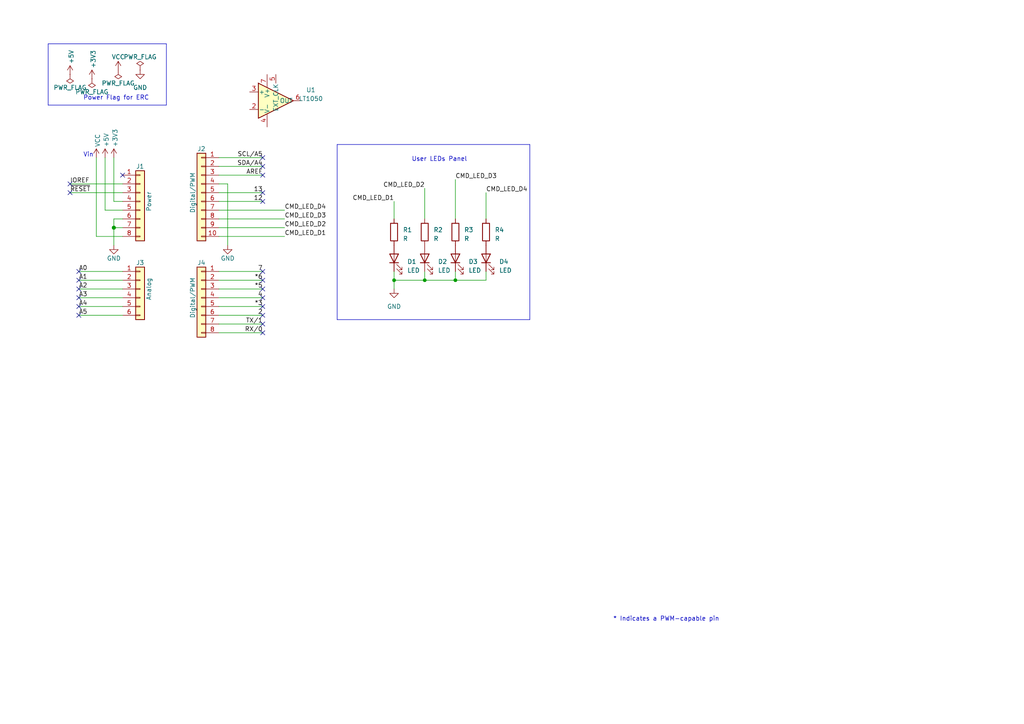
<source format=kicad_sch>
(kicad_sch (version 20230121) (generator eeschema)

  (uuid e63e39d7-6ac0-4ffd-8aa3-1841a4541b55)

  (paper "A4")

  (title_block
    (title "Shield Uno")
    (date "2023-02-10")
    (rev "116")
    (company "INSA")
    (comment 2 "email@email.com")
    (comment 3 "Nom Prénom")
    (comment 4 "Opérateur CAO")
  )

  (lib_symbols
    (symbol "Connector_Generic:Conn_01x06" (pin_names (offset 1.016) hide) (in_bom yes) (on_board yes)
      (property "Reference" "J" (at 0 7.62 0)
        (effects (font (size 1.27 1.27)))
      )
      (property "Value" "Conn_01x06" (at 0 -10.16 0)
        (effects (font (size 1.27 1.27)))
      )
      (property "Footprint" "" (at 0 0 0)
        (effects (font (size 1.27 1.27)) hide)
      )
      (property "Datasheet" "~" (at 0 0 0)
        (effects (font (size 1.27 1.27)) hide)
      )
      (property "ki_keywords" "connector" (at 0 0 0)
        (effects (font (size 1.27 1.27)) hide)
      )
      (property "ki_description" "Generic connector, single row, 01x06, script generated (kicad-library-utils/schlib/autogen/connector/)" (at 0 0 0)
        (effects (font (size 1.27 1.27)) hide)
      )
      (property "ki_fp_filters" "Connector*:*_1x??_*" (at 0 0 0)
        (effects (font (size 1.27 1.27)) hide)
      )
      (symbol "Conn_01x06_1_1"
        (rectangle (start -1.27 -7.493) (end 0 -7.747)
          (stroke (width 0.1524) (type default))
          (fill (type none))
        )
        (rectangle (start -1.27 -4.953) (end 0 -5.207)
          (stroke (width 0.1524) (type default))
          (fill (type none))
        )
        (rectangle (start -1.27 -2.413) (end 0 -2.667)
          (stroke (width 0.1524) (type default))
          (fill (type none))
        )
        (rectangle (start -1.27 0.127) (end 0 -0.127)
          (stroke (width 0.1524) (type default))
          (fill (type none))
        )
        (rectangle (start -1.27 2.667) (end 0 2.413)
          (stroke (width 0.1524) (type default))
          (fill (type none))
        )
        (rectangle (start -1.27 5.207) (end 0 4.953)
          (stroke (width 0.1524) (type default))
          (fill (type none))
        )
        (rectangle (start -1.27 6.35) (end 1.27 -8.89)
          (stroke (width 0.254) (type default))
          (fill (type background))
        )
        (pin passive line (at -5.08 5.08 0) (length 3.81)
          (name "Pin_1" (effects (font (size 1.27 1.27))))
          (number "1" (effects (font (size 1.27 1.27))))
        )
        (pin passive line (at -5.08 2.54 0) (length 3.81)
          (name "Pin_2" (effects (font (size 1.27 1.27))))
          (number "2" (effects (font (size 1.27 1.27))))
        )
        (pin passive line (at -5.08 0 0) (length 3.81)
          (name "Pin_3" (effects (font (size 1.27 1.27))))
          (number "3" (effects (font (size 1.27 1.27))))
        )
        (pin passive line (at -5.08 -2.54 0) (length 3.81)
          (name "Pin_4" (effects (font (size 1.27 1.27))))
          (number "4" (effects (font (size 1.27 1.27))))
        )
        (pin passive line (at -5.08 -5.08 0) (length 3.81)
          (name "Pin_5" (effects (font (size 1.27 1.27))))
          (number "5" (effects (font (size 1.27 1.27))))
        )
        (pin passive line (at -5.08 -7.62 0) (length 3.81)
          (name "Pin_6" (effects (font (size 1.27 1.27))))
          (number "6" (effects (font (size 1.27 1.27))))
        )
      )
    )
    (symbol "Connector_Generic:Conn_01x08" (pin_names (offset 1.016) hide) (in_bom yes) (on_board yes)
      (property "Reference" "J" (at 0 10.16 0)
        (effects (font (size 1.27 1.27)))
      )
      (property "Value" "Conn_01x08" (at 0 -12.7 0)
        (effects (font (size 1.27 1.27)))
      )
      (property "Footprint" "" (at 0 0 0)
        (effects (font (size 1.27 1.27)) hide)
      )
      (property "Datasheet" "~" (at 0 0 0)
        (effects (font (size 1.27 1.27)) hide)
      )
      (property "ki_keywords" "connector" (at 0 0 0)
        (effects (font (size 1.27 1.27)) hide)
      )
      (property "ki_description" "Generic connector, single row, 01x08, script generated (kicad-library-utils/schlib/autogen/connector/)" (at 0 0 0)
        (effects (font (size 1.27 1.27)) hide)
      )
      (property "ki_fp_filters" "Connector*:*_1x??_*" (at 0 0 0)
        (effects (font (size 1.27 1.27)) hide)
      )
      (symbol "Conn_01x08_1_1"
        (rectangle (start -1.27 -10.033) (end 0 -10.287)
          (stroke (width 0.1524) (type default))
          (fill (type none))
        )
        (rectangle (start -1.27 -7.493) (end 0 -7.747)
          (stroke (width 0.1524) (type default))
          (fill (type none))
        )
        (rectangle (start -1.27 -4.953) (end 0 -5.207)
          (stroke (width 0.1524) (type default))
          (fill (type none))
        )
        (rectangle (start -1.27 -2.413) (end 0 -2.667)
          (stroke (width 0.1524) (type default))
          (fill (type none))
        )
        (rectangle (start -1.27 0.127) (end 0 -0.127)
          (stroke (width 0.1524) (type default))
          (fill (type none))
        )
        (rectangle (start -1.27 2.667) (end 0 2.413)
          (stroke (width 0.1524) (type default))
          (fill (type none))
        )
        (rectangle (start -1.27 5.207) (end 0 4.953)
          (stroke (width 0.1524) (type default))
          (fill (type none))
        )
        (rectangle (start -1.27 7.747) (end 0 7.493)
          (stroke (width 0.1524) (type default))
          (fill (type none))
        )
        (rectangle (start -1.27 8.89) (end 1.27 -11.43)
          (stroke (width 0.254) (type default))
          (fill (type background))
        )
        (pin passive line (at -5.08 7.62 0) (length 3.81)
          (name "Pin_1" (effects (font (size 1.27 1.27))))
          (number "1" (effects (font (size 1.27 1.27))))
        )
        (pin passive line (at -5.08 5.08 0) (length 3.81)
          (name "Pin_2" (effects (font (size 1.27 1.27))))
          (number "2" (effects (font (size 1.27 1.27))))
        )
        (pin passive line (at -5.08 2.54 0) (length 3.81)
          (name "Pin_3" (effects (font (size 1.27 1.27))))
          (number "3" (effects (font (size 1.27 1.27))))
        )
        (pin passive line (at -5.08 0 0) (length 3.81)
          (name "Pin_4" (effects (font (size 1.27 1.27))))
          (number "4" (effects (font (size 1.27 1.27))))
        )
        (pin passive line (at -5.08 -2.54 0) (length 3.81)
          (name "Pin_5" (effects (font (size 1.27 1.27))))
          (number "5" (effects (font (size 1.27 1.27))))
        )
        (pin passive line (at -5.08 -5.08 0) (length 3.81)
          (name "Pin_6" (effects (font (size 1.27 1.27))))
          (number "6" (effects (font (size 1.27 1.27))))
        )
        (pin passive line (at -5.08 -7.62 0) (length 3.81)
          (name "Pin_7" (effects (font (size 1.27 1.27))))
          (number "7" (effects (font (size 1.27 1.27))))
        )
        (pin passive line (at -5.08 -10.16 0) (length 3.81)
          (name "Pin_8" (effects (font (size 1.27 1.27))))
          (number "8" (effects (font (size 1.27 1.27))))
        )
      )
    )
    (symbol "Connector_Generic:Conn_01x10" (pin_names (offset 1.016) hide) (in_bom yes) (on_board yes)
      (property "Reference" "J" (at 0 12.7 0)
        (effects (font (size 1.27 1.27)))
      )
      (property "Value" "Conn_01x10" (at 0 -15.24 0)
        (effects (font (size 1.27 1.27)))
      )
      (property "Footprint" "" (at 0 0 0)
        (effects (font (size 1.27 1.27)) hide)
      )
      (property "Datasheet" "~" (at 0 0 0)
        (effects (font (size 1.27 1.27)) hide)
      )
      (property "ki_keywords" "connector" (at 0 0 0)
        (effects (font (size 1.27 1.27)) hide)
      )
      (property "ki_description" "Generic connector, single row, 01x10, script generated (kicad-library-utils/schlib/autogen/connector/)" (at 0 0 0)
        (effects (font (size 1.27 1.27)) hide)
      )
      (property "ki_fp_filters" "Connector*:*_1x??_*" (at 0 0 0)
        (effects (font (size 1.27 1.27)) hide)
      )
      (symbol "Conn_01x10_1_1"
        (rectangle (start -1.27 -12.573) (end 0 -12.827)
          (stroke (width 0.1524) (type default))
          (fill (type none))
        )
        (rectangle (start -1.27 -10.033) (end 0 -10.287)
          (stroke (width 0.1524) (type default))
          (fill (type none))
        )
        (rectangle (start -1.27 -7.493) (end 0 -7.747)
          (stroke (width 0.1524) (type default))
          (fill (type none))
        )
        (rectangle (start -1.27 -4.953) (end 0 -5.207)
          (stroke (width 0.1524) (type default))
          (fill (type none))
        )
        (rectangle (start -1.27 -2.413) (end 0 -2.667)
          (stroke (width 0.1524) (type default))
          (fill (type none))
        )
        (rectangle (start -1.27 0.127) (end 0 -0.127)
          (stroke (width 0.1524) (type default))
          (fill (type none))
        )
        (rectangle (start -1.27 2.667) (end 0 2.413)
          (stroke (width 0.1524) (type default))
          (fill (type none))
        )
        (rectangle (start -1.27 5.207) (end 0 4.953)
          (stroke (width 0.1524) (type default))
          (fill (type none))
        )
        (rectangle (start -1.27 7.747) (end 0 7.493)
          (stroke (width 0.1524) (type default))
          (fill (type none))
        )
        (rectangle (start -1.27 10.287) (end 0 10.033)
          (stroke (width 0.1524) (type default))
          (fill (type none))
        )
        (rectangle (start -1.27 11.43) (end 1.27 -13.97)
          (stroke (width 0.254) (type default))
          (fill (type background))
        )
        (pin passive line (at -5.08 10.16 0) (length 3.81)
          (name "Pin_1" (effects (font (size 1.27 1.27))))
          (number "1" (effects (font (size 1.27 1.27))))
        )
        (pin passive line (at -5.08 -12.7 0) (length 3.81)
          (name "Pin_10" (effects (font (size 1.27 1.27))))
          (number "10" (effects (font (size 1.27 1.27))))
        )
        (pin passive line (at -5.08 7.62 0) (length 3.81)
          (name "Pin_2" (effects (font (size 1.27 1.27))))
          (number "2" (effects (font (size 1.27 1.27))))
        )
        (pin passive line (at -5.08 5.08 0) (length 3.81)
          (name "Pin_3" (effects (font (size 1.27 1.27))))
          (number "3" (effects (font (size 1.27 1.27))))
        )
        (pin passive line (at -5.08 2.54 0) (length 3.81)
          (name "Pin_4" (effects (font (size 1.27 1.27))))
          (number "4" (effects (font (size 1.27 1.27))))
        )
        (pin passive line (at -5.08 0 0) (length 3.81)
          (name "Pin_5" (effects (font (size 1.27 1.27))))
          (number "5" (effects (font (size 1.27 1.27))))
        )
        (pin passive line (at -5.08 -2.54 0) (length 3.81)
          (name "Pin_6" (effects (font (size 1.27 1.27))))
          (number "6" (effects (font (size 1.27 1.27))))
        )
        (pin passive line (at -5.08 -5.08 0) (length 3.81)
          (name "Pin_7" (effects (font (size 1.27 1.27))))
          (number "7" (effects (font (size 1.27 1.27))))
        )
        (pin passive line (at -5.08 -7.62 0) (length 3.81)
          (name "Pin_8" (effects (font (size 1.27 1.27))))
          (number "8" (effects (font (size 1.27 1.27))))
        )
        (pin passive line (at -5.08 -10.16 0) (length 3.81)
          (name "Pin_9" (effects (font (size 1.27 1.27))))
          (number "9" (effects (font (size 1.27 1.27))))
        )
      )
    )
    (symbol "Device:LED" (pin_numbers hide) (pin_names (offset 1.016) hide) (in_bom yes) (on_board yes)
      (property "Reference" "D" (at 0 2.54 0)
        (effects (font (size 1.27 1.27)))
      )
      (property "Value" "LED" (at 0 -2.54 0)
        (effects (font (size 1.27 1.27)))
      )
      (property "Footprint" "" (at 0 0 0)
        (effects (font (size 1.27 1.27)) hide)
      )
      (property "Datasheet" "~" (at 0 0 0)
        (effects (font (size 1.27 1.27)) hide)
      )
      (property "ki_keywords" "LED diode" (at 0 0 0)
        (effects (font (size 1.27 1.27)) hide)
      )
      (property "ki_description" "Light emitting diode" (at 0 0 0)
        (effects (font (size 1.27 1.27)) hide)
      )
      (property "ki_fp_filters" "LED* LED_SMD:* LED_THT:*" (at 0 0 0)
        (effects (font (size 1.27 1.27)) hide)
      )
      (symbol "LED_0_1"
        (polyline
          (pts
            (xy -1.27 -1.27)
            (xy -1.27 1.27)
          )
          (stroke (width 0.254) (type default))
          (fill (type none))
        )
        (polyline
          (pts
            (xy -1.27 0)
            (xy 1.27 0)
          )
          (stroke (width 0) (type default))
          (fill (type none))
        )
        (polyline
          (pts
            (xy 1.27 -1.27)
            (xy 1.27 1.27)
            (xy -1.27 0)
            (xy 1.27 -1.27)
          )
          (stroke (width 0.254) (type default))
          (fill (type none))
        )
        (polyline
          (pts
            (xy -3.048 -0.762)
            (xy -4.572 -2.286)
            (xy -3.81 -2.286)
            (xy -4.572 -2.286)
            (xy -4.572 -1.524)
          )
          (stroke (width 0) (type default))
          (fill (type none))
        )
        (polyline
          (pts
            (xy -1.778 -0.762)
            (xy -3.302 -2.286)
            (xy -2.54 -2.286)
            (xy -3.302 -2.286)
            (xy -3.302 -1.524)
          )
          (stroke (width 0) (type default))
          (fill (type none))
        )
      )
      (symbol "LED_1_1"
        (pin passive line (at -3.81 0 0) (length 2.54)
          (name "K" (effects (font (size 1.27 1.27))))
          (number "1" (effects (font (size 1.27 1.27))))
        )
        (pin passive line (at 3.81 0 180) (length 2.54)
          (name "A" (effects (font (size 1.27 1.27))))
          (number "2" (effects (font (size 1.27 1.27))))
        )
      )
    )
    (symbol "Device:R" (pin_numbers hide) (pin_names (offset 0)) (in_bom yes) (on_board yes)
      (property "Reference" "R" (at 2.032 0 90)
        (effects (font (size 1.27 1.27)))
      )
      (property "Value" "R" (at 0 0 90)
        (effects (font (size 1.27 1.27)))
      )
      (property "Footprint" "" (at -1.778 0 90)
        (effects (font (size 1.27 1.27)) hide)
      )
      (property "Datasheet" "~" (at 0 0 0)
        (effects (font (size 1.27 1.27)) hide)
      )
      (property "ki_keywords" "R res resistor" (at 0 0 0)
        (effects (font (size 1.27 1.27)) hide)
      )
      (property "ki_description" "Resistor" (at 0 0 0)
        (effects (font (size 1.27 1.27)) hide)
      )
      (property "ki_fp_filters" "R_*" (at 0 0 0)
        (effects (font (size 1.27 1.27)) hide)
      )
      (symbol "R_0_1"
        (rectangle (start -1.016 -2.54) (end 1.016 2.54)
          (stroke (width 0.254) (type default))
          (fill (type none))
        )
      )
      (symbol "R_1_1"
        (pin passive line (at 0 3.81 270) (length 1.27)
          (name "~" (effects (font (size 1.27 1.27))))
          (number "1" (effects (font (size 1.27 1.27))))
        )
        (pin passive line (at 0 -3.81 90) (length 1.27)
          (name "~" (effects (font (size 1.27 1.27))))
          (number "2" (effects (font (size 1.27 1.27))))
        )
      )
    )
    (symbol "GND_1" (power) (pin_names (offset 0)) (in_bom yes) (on_board yes)
      (property "Reference" "#PWR" (at 0 -6.35 0)
        (effects (font (size 1.27 1.27)) hide)
      )
      (property "Value" "GND_1" (at 0 -3.81 0)
        (effects (font (size 1.27 1.27)))
      )
      (property "Footprint" "" (at 0 0 0)
        (effects (font (size 1.27 1.27)) hide)
      )
      (property "Datasheet" "" (at 0 0 0)
        (effects (font (size 1.27 1.27)) hide)
      )
      (property "ki_keywords" "global power" (at 0 0 0)
        (effects (font (size 1.27 1.27)) hide)
      )
      (property "ki_description" "Power symbol creates a global label with name \"GND\" , ground" (at 0 0 0)
        (effects (font (size 1.27 1.27)) hide)
      )
      (symbol "GND_1_0_1"
        (polyline
          (pts
            (xy 0 0)
            (xy 0 -1.27)
            (xy 1.27 -1.27)
            (xy 0 -2.54)
            (xy -1.27 -1.27)
            (xy 0 -1.27)
          )
          (stroke (width 0) (type default))
          (fill (type none))
        )
      )
      (symbol "GND_1_1_1"
        (pin power_in line (at 0 0 270) (length 0) hide
          (name "GND" (effects (font (size 1.27 1.27))))
          (number "1" (effects (font (size 1.27 1.27))))
        )
      )
    )
    (symbol "GND_2" (power) (pin_names (offset 0)) (in_bom yes) (on_board yes)
      (property "Reference" "#PWR" (at 0 -6.35 0)
        (effects (font (size 1.27 1.27)) hide)
      )
      (property "Value" "GND_2" (at 0 -3.81 0)
        (effects (font (size 1.27 1.27)))
      )
      (property "Footprint" "" (at 0 0 0)
        (effects (font (size 1.27 1.27)) hide)
      )
      (property "Datasheet" "" (at 0 0 0)
        (effects (font (size 1.27 1.27)) hide)
      )
      (property "ki_keywords" "global power" (at 0 0 0)
        (effects (font (size 1.27 1.27)) hide)
      )
      (property "ki_description" "Power symbol creates a global label with name \"GND\" , ground" (at 0 0 0)
        (effects (font (size 1.27 1.27)) hide)
      )
      (symbol "GND_2_0_1"
        (polyline
          (pts
            (xy 0 0)
            (xy 0 -1.27)
            (xy 1.27 -1.27)
            (xy 0 -2.54)
            (xy -1.27 -1.27)
            (xy 0 -1.27)
          )
          (stroke (width 0) (type default))
          (fill (type none))
        )
      )
      (symbol "GND_2_1_1"
        (pin power_in line (at 0 0 270) (length 0) hide
          (name "GND" (effects (font (size 1.27 1.27))))
          (number "1" (effects (font (size 1.27 1.27))))
        )
      )
    )
    (symbol "VCC_1" (power) (pin_names (offset 0)) (in_bom yes) (on_board yes)
      (property "Reference" "#PWR" (at 0 -3.81 0)
        (effects (font (size 1.27 1.27)) hide)
      )
      (property "Value" "VCC_1" (at 0 3.81 0)
        (effects (font (size 1.27 1.27)))
      )
      (property "Footprint" "" (at 0 0 0)
        (effects (font (size 1.27 1.27)) hide)
      )
      (property "Datasheet" "" (at 0 0 0)
        (effects (font (size 1.27 1.27)) hide)
      )
      (property "ki_keywords" "global power" (at 0 0 0)
        (effects (font (size 1.27 1.27)) hide)
      )
      (property "ki_description" "Power symbol creates a global label with name \"VCC\"" (at 0 0 0)
        (effects (font (size 1.27 1.27)) hide)
      )
      (symbol "VCC_1_0_1"
        (polyline
          (pts
            (xy -0.762 1.27)
            (xy 0 2.54)
          )
          (stroke (width 0) (type default))
          (fill (type none))
        )
        (polyline
          (pts
            (xy 0 0)
            (xy 0 2.54)
          )
          (stroke (width 0) (type default))
          (fill (type none))
        )
        (polyline
          (pts
            (xy 0 2.54)
            (xy 0.762 1.27)
          )
          (stroke (width 0) (type default))
          (fill (type none))
        )
      )
      (symbol "VCC_1_1_1"
        (pin power_in line (at 0 0 90) (length 0) hide
          (name "VCC" (effects (font (size 1.27 1.27))))
          (number "1" (effects (font (size 1.27 1.27))))
        )
      )
    )
    (symbol "lt1050:LT1050" (pin_names (offset 0.127)) (in_bom yes) (on_board yes)
      (property "Reference" "U" (at 1.27 5.08 0)
        (effects (font (size 1.27 1.27)))
      )
      (property "Value" "LT1050" (at 0 -5.08 0)
        (effects (font (size 1.27 1.27)) (justify left))
      )
      (property "Footprint" "Package_DIP:DIP-8_W7.62mm_LongPads" (at 0 0 0)
        (effects (font (size 1.27 1.27)) hide)
      )
      (property "Datasheet" "" (at 1.27 5.08 0)
        (effects (font (size 1.27 1.27)) hide)
      )
      (property "ki_keywords" "current sense" (at 0 0 0)
        (effects (font (size 1.27 1.27)) hide)
      )
      (property "ki_description" "36V Low Cost, High Side Current Sense, SOT-23-5" (at 0 0 0)
        (effects (font (size 1.27 1.27)) hide)
      )
      (property "ki_fp_filters" "SOT?23*" (at 0 0 0)
        (effects (font (size 1.27 1.27)) hide)
      )
      (symbol "LT1050_0_1"
        (polyline
          (pts
            (xy -5.08 5.08)
            (xy 5.08 0)
            (xy -5.08 -5.08)
            (xy -5.08 5.08)
          )
          (stroke (width 0.254) (type default))
          (fill (type background))
        )
      )
      (symbol "LT1050_1_0"
        (pin no_connect line (at 2.54 7.62 270) (length 2.54) hide
          (name "NC" (effects (font (size 1.27 1.27))))
          (number "1" (effects (font (size 1.27 1.27))))
        )
        (pin input line (at 0 7.62 270) (length 2.54)
          (name "EXT_CLK" (effects (font (size 1.27 1.27))))
          (number "5" (effects (font (size 1.27 1.27))))
        )
        (pin no_connect line (at 0 7.62 270) (length 2.54) hide
          (name "NC" (effects (font (size 1.27 1.27))))
          (number "8" (effects (font (size 1.27 1.27))))
        )
      )
      (symbol "LT1050_1_1"
        (pin input line (at -7.62 -2.54 0) (length 2.54)
          (name "-" (effects (font (size 1.27 1.27))))
          (number "2" (effects (font (size 1.27 1.27))))
        )
        (pin input line (at -7.62 2.54 0) (length 2.54)
          (name "+" (effects (font (size 1.27 1.27))))
          (number "3" (effects (font (size 1.27 1.27))))
        )
        (pin power_in line (at -2.54 -7.62 90) (length 3.81)
          (name "V-" (effects (font (size 1.27 1.27))))
          (number "4" (effects (font (size 1.27 1.27))))
        )
        (pin output line (at 7.62 0 180) (length 2.54)
          (name "OUT" (effects (font (size 1.27 1.27))))
          (number "6" (effects (font (size 1.27 1.27))))
        )
        (pin power_in line (at -2.54 7.62 270) (length 3.81)
          (name "V+" (effects (font (size 1.27 1.27))))
          (number "7" (effects (font (size 1.27 1.27))))
        )
      )
    )
    (symbol "power:+3V3" (power) (pin_names (offset 0)) (in_bom yes) (on_board yes)
      (property "Reference" "#PWR" (at 0 -3.81 0)
        (effects (font (size 1.27 1.27)) hide)
      )
      (property "Value" "+3V3" (at 0 3.556 0)
        (effects (font (size 1.27 1.27)))
      )
      (property "Footprint" "" (at 0 0 0)
        (effects (font (size 1.27 1.27)) hide)
      )
      (property "Datasheet" "" (at 0 0 0)
        (effects (font (size 1.27 1.27)) hide)
      )
      (property "ki_keywords" "power-flag" (at 0 0 0)
        (effects (font (size 1.27 1.27)) hide)
      )
      (property "ki_description" "Power symbol creates a global label with name \"+3V3\"" (at 0 0 0)
        (effects (font (size 1.27 1.27)) hide)
      )
      (symbol "+3V3_0_1"
        (polyline
          (pts
            (xy -0.762 1.27)
            (xy 0 2.54)
          )
          (stroke (width 0) (type default))
          (fill (type none))
        )
        (polyline
          (pts
            (xy 0 0)
            (xy 0 2.54)
          )
          (stroke (width 0) (type default))
          (fill (type none))
        )
        (polyline
          (pts
            (xy 0 2.54)
            (xy 0.762 1.27)
          )
          (stroke (width 0) (type default))
          (fill (type none))
        )
      )
      (symbol "+3V3_1_1"
        (pin power_in line (at 0 0 90) (length 0) hide
          (name "+3V3" (effects (font (size 1.27 1.27))))
          (number "1" (effects (font (size 1.27 1.27))))
        )
      )
    )
    (symbol "power:+5V" (power) (pin_names (offset 0)) (in_bom yes) (on_board yes)
      (property "Reference" "#PWR" (at 0 -3.81 0)
        (effects (font (size 1.27 1.27)) hide)
      )
      (property "Value" "+5V" (at 0 3.556 0)
        (effects (font (size 1.27 1.27)))
      )
      (property "Footprint" "" (at 0 0 0)
        (effects (font (size 1.27 1.27)) hide)
      )
      (property "Datasheet" "" (at 0 0 0)
        (effects (font (size 1.27 1.27)) hide)
      )
      (property "ki_keywords" "power-flag" (at 0 0 0)
        (effects (font (size 1.27 1.27)) hide)
      )
      (property "ki_description" "Power symbol creates a global label with name \"+5V\"" (at 0 0 0)
        (effects (font (size 1.27 1.27)) hide)
      )
      (symbol "+5V_0_1"
        (polyline
          (pts
            (xy -0.762 1.27)
            (xy 0 2.54)
          )
          (stroke (width 0) (type default))
          (fill (type none))
        )
        (polyline
          (pts
            (xy 0 0)
            (xy 0 2.54)
          )
          (stroke (width 0) (type default))
          (fill (type none))
        )
        (polyline
          (pts
            (xy 0 2.54)
            (xy 0.762 1.27)
          )
          (stroke (width 0) (type default))
          (fill (type none))
        )
      )
      (symbol "+5V_1_1"
        (pin power_in line (at 0 0 90) (length 0) hide
          (name "+5V" (effects (font (size 1.27 1.27))))
          (number "1" (effects (font (size 1.27 1.27))))
        )
      )
    )
    (symbol "power:GND" (power) (pin_names (offset 0)) (in_bom yes) (on_board yes)
      (property "Reference" "#PWR" (at 0 -6.35 0)
        (effects (font (size 1.27 1.27)) hide)
      )
      (property "Value" "GND" (at 0 -3.81 0)
        (effects (font (size 1.27 1.27)))
      )
      (property "Footprint" "" (at 0 0 0)
        (effects (font (size 1.27 1.27)) hide)
      )
      (property "Datasheet" "" (at 0 0 0)
        (effects (font (size 1.27 1.27)) hide)
      )
      (property "ki_keywords" "power-flag" (at 0 0 0)
        (effects (font (size 1.27 1.27)) hide)
      )
      (property "ki_description" "Power symbol creates a global label with name \"GND\" , ground" (at 0 0 0)
        (effects (font (size 1.27 1.27)) hide)
      )
      (symbol "GND_0_1"
        (polyline
          (pts
            (xy 0 0)
            (xy 0 -1.27)
            (xy 1.27 -1.27)
            (xy 0 -2.54)
            (xy -1.27 -1.27)
            (xy 0 -1.27)
          )
          (stroke (width 0) (type default))
          (fill (type none))
        )
      )
      (symbol "GND_1_1"
        (pin power_in line (at 0 0 270) (length 0) hide
          (name "GND" (effects (font (size 1.27 1.27))))
          (number "1" (effects (font (size 1.27 1.27))))
        )
      )
    )
    (symbol "power:PWR_FLAG" (power) (pin_numbers hide) (pin_names (offset 0) hide) (in_bom yes) (on_board yes)
      (property "Reference" "#FLG" (at 0 1.905 0)
        (effects (font (size 1.27 1.27)) hide)
      )
      (property "Value" "PWR_FLAG" (at 0 3.81 0)
        (effects (font (size 1.27 1.27)))
      )
      (property "Footprint" "" (at 0 0 0)
        (effects (font (size 1.27 1.27)) hide)
      )
      (property "Datasheet" "~" (at 0 0 0)
        (effects (font (size 1.27 1.27)) hide)
      )
      (property "ki_keywords" "flag power" (at 0 0 0)
        (effects (font (size 1.27 1.27)) hide)
      )
      (property "ki_description" "Special symbol for telling ERC where power comes from" (at 0 0 0)
        (effects (font (size 1.27 1.27)) hide)
      )
      (symbol "PWR_FLAG_0_0"
        (pin power_out line (at 0 0 90) (length 0)
          (name "pwr" (effects (font (size 1.27 1.27))))
          (number "1" (effects (font (size 1.27 1.27))))
        )
      )
      (symbol "PWR_FLAG_0_1"
        (polyline
          (pts
            (xy 0 0)
            (xy 0 1.27)
            (xy -1.016 1.905)
            (xy 0 2.54)
            (xy 1.016 1.905)
            (xy 0 1.27)
          )
          (stroke (width 0) (type default))
          (fill (type none))
        )
      )
    )
    (symbol "power:VCC" (power) (pin_names (offset 0)) (in_bom yes) (on_board yes)
      (property "Reference" "#PWR" (at 0 -3.81 0)
        (effects (font (size 1.27 1.27)) hide)
      )
      (property "Value" "VCC" (at 0 3.81 0)
        (effects (font (size 1.27 1.27)))
      )
      (property "Footprint" "" (at 0 0 0)
        (effects (font (size 1.27 1.27)) hide)
      )
      (property "Datasheet" "" (at 0 0 0)
        (effects (font (size 1.27 1.27)) hide)
      )
      (property "ki_keywords" "power-flag" (at 0 0 0)
        (effects (font (size 1.27 1.27)) hide)
      )
      (property "ki_description" "Power symbol creates a global label with name \"VCC\"" (at 0 0 0)
        (effects (font (size 1.27 1.27)) hide)
      )
      (symbol "VCC_0_1"
        (polyline
          (pts
            (xy -0.762 1.27)
            (xy 0 2.54)
          )
          (stroke (width 0) (type default))
          (fill (type none))
        )
        (polyline
          (pts
            (xy 0 0)
            (xy 0 2.54)
          )
          (stroke (width 0) (type default))
          (fill (type none))
        )
        (polyline
          (pts
            (xy 0 2.54)
            (xy 0.762 1.27)
          )
          (stroke (width 0) (type default))
          (fill (type none))
        )
      )
      (symbol "VCC_1_1"
        (pin power_in line (at 0 0 90) (length 0) hide
          (name "VCC" (effects (font (size 1.27 1.27))))
          (number "1" (effects (font (size 1.27 1.27))))
        )
      )
    )
  )

  (junction (at 132.08 81.28) (diameter 0) (color 0 0 0 0)
    (uuid 2b940904-0c8f-478d-b6ce-aee66b48ca32)
  )
  (junction (at 33.02 66.04) (diameter 1.016) (color 0 0 0 0)
    (uuid 3dcc657b-55a1-48e0-9667-e01e7b6b08b5)
  )
  (junction (at 114.3 81.28) (diameter 0) (color 0 0 0 0)
    (uuid 4af4039b-cee0-4cb3-9627-d3e5611229f9)
  )
  (junction (at 123.19 81.28) (diameter 0) (color 0 0 0 0)
    (uuid f828d2b9-91c6-477b-8f65-2e8893d63b7b)
  )

  (no_connect (at 76.2 88.9) (uuid 0798943e-9b12-404b-a5cf-8136201ea936))
  (no_connect (at 76.2 83.82) (uuid 0958922f-787a-4201-b77e-3a63ed43bb2a))
  (no_connect (at 76.2 55.88) (uuid 1610285b-1f04-48b9-9904-eb23122ce62c))
  (no_connect (at 76.2 86.36) (uuid 235f86e8-a4a6-4917-9307-b467f4b5fe3a))
  (no_connect (at 76.2 45.72) (uuid 25d5b549-b4d9-41f8-bd58-70a6aa3bfb51))
  (no_connect (at 20.32 55.88) (uuid 399c65c9-c3a1-4ceb-a5db-fcde78d4c514))
  (no_connect (at 22.86 78.74) (uuid 49b6bbeb-3980-4276-a29e-c574b0646360))
  (no_connect (at 76.2 91.44) (uuid 4b5083f9-d755-440b-bb00-affd54e715b4))
  (no_connect (at 22.86 81.28) (uuid 52bac179-4604-4f13-9445-f2fe260d1839))
  (no_connect (at 22.86 83.82) (uuid 90267b25-1bf4-4ef8-8002-f4676cf98af6))
  (no_connect (at 76.2 93.98) (uuid 923a287e-ad2c-4f53-a079-4a2766164a41))
  (no_connect (at 76.2 58.42) (uuid 94596286-e0a3-416d-a6fe-c6781e253a34))
  (no_connect (at 22.86 88.9) (uuid 95e8139f-8d7b-4069-bba5-eb4c16dc27eb))
  (no_connect (at 76.2 81.28) (uuid 9999876a-c3e8-41b7-9a6c-f4a744e5e7d4))
  (no_connect (at 76.2 50.8) (uuid a9f3867c-1b1e-4139-803c-1e584e0d0404))
  (no_connect (at 76.2 78.74) (uuid aa308c7a-243e-4ead-b26c-d7ba26be5051))
  (no_connect (at 76.2 48.26) (uuid b5e718b3-a9ea-47b0-b63d-0f9ad50c4134))
  (no_connect (at 76.2 96.52) (uuid c84d00d8-43ec-47a2-9d6c-3efb3361329e))
  (no_connect (at 35.56 50.8) (uuid d181157c-7812-47e5-a0cf-9580c905fc86))
  (no_connect (at 22.86 86.36) (uuid e8a3ba96-6e60-41e4-8bd0-ca913628ef11))
  (no_connect (at 20.32 53.34) (uuid f280df7b-f814-4849-88f5-e3927e860296))
  (no_connect (at 22.86 91.44) (uuid f7b4f9c1-f681-4ebb-ba04-9972440ce389))

  (wire (pts (xy 63.5 96.52) (xy 76.2 96.52))
    (stroke (width 0) (type solid))
    (uuid 010ba307-2067-49d3-b0fa-6414143f3fc2)
  )
  (polyline (pts (xy 97.79 41.91) (xy 153.67 41.91))
    (stroke (width 0) (type default))
    (uuid 0593d259-f7ff-41cd-8503-60fb92a56249)
  )

  (wire (pts (xy 63.5 45.72) (xy 76.2 45.72))
    (stroke (width 0) (type solid))
    (uuid 0f5d2189-4ead-42fa-8f7a-cfa3af4de132)
  )
  (wire (pts (xy 132.08 52.07) (xy 132.08 63.5))
    (stroke (width 0) (type default))
    (uuid 105ca59a-3156-47fc-bf72-6014bfdebd6c)
  )
  (polyline (pts (xy 153.67 92.71) (xy 153.67 41.91))
    (stroke (width 0) (type default))
    (uuid 1b63724a-58de-40c1-a788-9b16ea8d85b2)
  )

  (wire (pts (xy 33.02 63.5) (xy 33.02 66.04))
    (stroke (width 0) (type solid))
    (uuid 1c31b835-925f-4a5c-92df-8f2558bb711b)
  )
  (wire (pts (xy 63.5 63.5) (xy 82.55 63.5))
    (stroke (width 0) (type default))
    (uuid 1cab49df-daeb-4361-ad3a-c6f00f3d70a8)
  )
  (wire (pts (xy 22.86 91.44) (xy 35.56 91.44))
    (stroke (width 0) (type solid))
    (uuid 20854542-d0b0-4be7-af02-0e5fceb34e01)
  )
  (wire (pts (xy 114.3 58.42) (xy 114.3 63.5))
    (stroke (width 0) (type default))
    (uuid 28a15976-fe50-4ab9-8c1f-15701276fa66)
  )
  (wire (pts (xy 114.3 81.28) (xy 114.3 78.74))
    (stroke (width 0) (type default))
    (uuid 2b3a28b7-b677-4f7f-88fd-e5b536ff3d91)
  )
  (wire (pts (xy 33.02 66.04) (xy 33.02 71.12))
    (stroke (width 0) (type solid))
    (uuid 2df788b2-ce68-49bc-a497-4b6570a17f30)
  )
  (wire (pts (xy 33.02 58.42) (xy 35.56 58.42))
    (stroke (width 0) (type solid))
    (uuid 3334b11d-5a13-40b4-a117-d693c543e4ab)
  )
  (wire (pts (xy 30.48 60.96) (xy 35.56 60.96))
    (stroke (width 0) (type solid))
    (uuid 3661f80c-fef8-4441-83be-df8930b3b45e)
  )
  (wire (pts (xy 30.48 45.72) (xy 30.48 60.96))
    (stroke (width 0) (type solid))
    (uuid 392bf1f6-bf67-427d-8d4c-0a87cb757556)
  )
  (polyline (pts (xy 13.97 12.7) (xy 48.26 12.7))
    (stroke (width 0) (type default))
    (uuid 3d1bfb4e-c833-46a8-b7b1-e6f14fa3ca79)
  )

  (wire (pts (xy 33.02 45.72) (xy 33.02 58.42))
    (stroke (width 0) (type solid))
    (uuid 442fb4de-4d55-45de-bc27-3e6222ceb890)
  )
  (wire (pts (xy 63.5 78.74) (xy 76.2 78.74))
    (stroke (width 0) (type solid))
    (uuid 4455ee2e-5642-42c1-a83b-f7e65fa0c2f1)
  )
  (wire (pts (xy 35.56 78.74) (xy 22.86 78.74))
    (stroke (width 0) (type solid))
    (uuid 486ca832-85f4-4989-b0f4-569faf9be534)
  )
  (wire (pts (xy 63.5 58.42) (xy 76.2 58.42))
    (stroke (width 0) (type solid))
    (uuid 4a910b57-a5cd-4105-ab4f-bde2a80d4f00)
  )
  (polyline (pts (xy 48.26 30.48) (xy 13.97 30.48))
    (stroke (width 0) (type default))
    (uuid 4aceddec-5424-4d03-8230-6403a049f903)
  )

  (wire (pts (xy 63.5 81.28) (xy 76.2 81.28))
    (stroke (width 0) (type solid))
    (uuid 4e60e1af-19bd-45a0-b418-b7030b594dde)
  )
  (wire (pts (xy 63.5 55.88) (xy 76.2 55.88))
    (stroke (width 0) (type solid))
    (uuid 548b6bac-f819-4ff3-90a4-73aafeb254bc)
  )
  (polyline (pts (xy 13.97 30.48) (xy 13.97 12.7))
    (stroke (width 0) (type default))
    (uuid 599b923f-f901-4473-8bb2-d0077011e1ea)
  )

  (wire (pts (xy 123.19 54.61) (xy 123.19 63.5))
    (stroke (width 0) (type default))
    (uuid 63948bb8-b214-452e-ac7a-3261ef7d43a8)
  )
  (wire (pts (xy 114.3 83.82) (xy 114.3 81.28))
    (stroke (width 0) (type default))
    (uuid 64863d0f-b8ae-4e19-b066-f340e4505175)
  )
  (wire (pts (xy 63.5 86.36) (xy 76.2 86.36))
    (stroke (width 0) (type solid))
    (uuid 6bb3ea5f-9e60-4add-9d97-244be2cf61d2)
  )
  (wire (pts (xy 20.32 53.34) (xy 35.56 53.34))
    (stroke (width 0) (type solid))
    (uuid 73d4774c-1387-4550-b580-a1cc0ac89b89)
  )
  (polyline (pts (xy 97.79 92.71) (xy 153.67 92.71))
    (stroke (width 0) (type default))
    (uuid 765f98a7-27fe-482d-899f-09784ff96d25)
  )

  (wire (pts (xy 140.97 81.28) (xy 132.08 81.28))
    (stroke (width 0) (type default))
    (uuid 7cd9d124-40ae-456b-b020-9dcc37980a06)
  )
  (wire (pts (xy 63.5 68.58) (xy 82.55 68.58))
    (stroke (width 0) (type default))
    (uuid 8238e720-8817-4d86-aa2b-bd97077a4de0)
  )
  (wire (pts (xy 66.04 53.34) (xy 66.04 71.12))
    (stroke (width 0) (type solid))
    (uuid 84ce350c-b0c1-4e69-9ab2-f7ec7b8bb312)
  )
  (wire (pts (xy 63.5 50.8) (xy 76.2 50.8))
    (stroke (width 0) (type solid))
    (uuid 8a3d35a2-f0f6-4dec-a606-7c8e288ca828)
  )
  (wire (pts (xy 35.56 83.82) (xy 22.86 83.82))
    (stroke (width 0) (type solid))
    (uuid 9377eb1a-3b12-438c-8ebd-f86ace1e8d25)
  )
  (wire (pts (xy 20.32 55.88) (xy 35.56 55.88))
    (stroke (width 0) (type solid))
    (uuid 93e52853-9d1e-4afe-aee8-b825ab9f5d09)
  )
  (wire (pts (xy 35.56 66.04) (xy 33.02 66.04))
    (stroke (width 0) (type solid))
    (uuid 97df9ac9-dbb8-472e-b84f-3684d0eb5efc)
  )
  (wire (pts (xy 35.56 68.58) (xy 27.94 68.58))
    (stroke (width 0) (type solid))
    (uuid a7518f9d-05df-4211-ba17-5d615f04ec46)
  )
  (wire (pts (xy 140.97 55.88) (xy 140.97 63.5))
    (stroke (width 0) (type default))
    (uuid a796d75c-5b11-4d3e-b37e-9b8be2ddd4fe)
  )
  (wire (pts (xy 22.86 81.28) (xy 35.56 81.28))
    (stroke (width 0) (type solid))
    (uuid aab97e46-23d6-4cbf-8684-537b94306d68)
  )
  (wire (pts (xy 63.5 53.34) (xy 66.04 53.34))
    (stroke (width 0) (type solid))
    (uuid bcbc7302-8a54-4b9b-98b9-f277f1b20941)
  )
  (polyline (pts (xy 97.79 41.91) (xy 97.79 92.71))
    (stroke (width 0) (type default))
    (uuid bd6ac4da-9c62-462a-b004-fbb9714acbed)
  )

  (wire (pts (xy 132.08 81.28) (xy 123.19 81.28))
    (stroke (width 0) (type default))
    (uuid c10ebe36-7846-4213-a0e9-815a537fc02b)
  )
  (wire (pts (xy 35.56 63.5) (xy 33.02 63.5))
    (stroke (width 0) (type solid))
    (uuid c12796ad-cf20-466f-9ab3-9cf441392c32)
  )
  (wire (pts (xy 123.19 81.28) (xy 114.3 81.28))
    (stroke (width 0) (type default))
    (uuid c4889d9b-e424-4735-a33c-27a0291ec8b6)
  )
  (wire (pts (xy 140.97 78.74) (xy 140.97 81.28))
    (stroke (width 0) (type default))
    (uuid c7363a47-026f-4a00-b241-8c26c4dec28c)
  )
  (wire (pts (xy 123.19 78.74) (xy 123.19 81.28))
    (stroke (width 0) (type default))
    (uuid c9973753-cca5-4f26-a750-5898e9965243)
  )
  (wire (pts (xy 63.5 83.82) (xy 76.2 83.82))
    (stroke (width 0) (type solid))
    (uuid cfe99980-2d98-4372-b495-04c53027340b)
  )
  (wire (pts (xy 22.86 86.36) (xy 35.56 86.36))
    (stroke (width 0) (type solid))
    (uuid d3042136-2605-44b2-aebb-5484a9c90933)
  )
  (polyline (pts (xy 48.26 12.7) (xy 48.26 30.48))
    (stroke (width 0) (type default))
    (uuid d4fdcc5e-a9fa-45cd-94fb-5f532409bd10)
  )

  (wire (pts (xy 132.08 78.74) (xy 132.08 81.28))
    (stroke (width 0) (type default))
    (uuid e07d36f5-dc94-4d5e-84f6-0a1d91a97d2c)
  )
  (wire (pts (xy 63.5 48.26) (xy 76.2 48.26))
    (stroke (width 0) (type solid))
    (uuid e7278977-132b-4777-9eb4-7d93363a4379)
  )
  (wire (pts (xy 63.5 91.44) (xy 76.2 91.44))
    (stroke (width 0) (type solid))
    (uuid e9bdd59b-3252-4c44-a357-6fa1af0c210c)
  )
  (wire (pts (xy 63.5 88.9) (xy 76.2 88.9))
    (stroke (width 0) (type solid))
    (uuid ec76dcc9-9949-4dda-bd76-046204829cb4)
  )
  (wire (pts (xy 63.5 66.04) (xy 82.55 66.04))
    (stroke (width 0) (type default))
    (uuid ee664870-a219-450c-b008-bb243fef6c39)
  )
  (wire (pts (xy 63.5 60.96) (xy 82.55 60.96))
    (stroke (width 0) (type default))
    (uuid f7892a55-6e3c-4cce-9dd4-49524dd48958)
  )
  (wire (pts (xy 63.5 93.98) (xy 76.2 93.98))
    (stroke (width 0) (type solid))
    (uuid f853d1d4-c722-44df-98bf-4a6114204628)
  )
  (wire (pts (xy 27.94 68.58) (xy 27.94 45.72))
    (stroke (width 0) (type solid))
    (uuid f8de70cd-e47d-4e80-8f3a-077e9df93aa8)
  )
  (wire (pts (xy 35.56 88.9) (xy 22.86 88.9))
    (stroke (width 0) (type solid))
    (uuid fc39c32d-65b8-4d16-9db5-de89c54a1206)
  )

  (text "User LEDs Panel\n" (at 119.38 46.99 0)
    (effects (font (size 1.27 1.27)) (justify left bottom))
    (uuid 3f47fc38-e09f-44f7-b1c2-de52fdcd33da)
  )
  (text "Power Flag for ERC\n" (at 24.13 29.21 0)
    (effects (font (size 1.27 1.27)) (justify left bottom))
    (uuid 96f3214c-8060-46a7-8141-bd2a217b65eb)
  )
  (text "Vin\n" (at 24.13 45.72 0)
    (effects (font (size 1.27 1.27)) (justify left bottom))
    (uuid c010d8a9-05b4-40a6-862a-6b475ee1cc2b)
  )
  (text "* Indicates a PWM-capable pin" (at 177.8 180.34 0)
    (effects (font (size 1.27 1.27)) (justify left bottom))
    (uuid c364973a-9a67-4667-8185-a3a5c6c6cbdf)
  )

  (label "RX{slash}0" (at 76.2 96.52 180) (fields_autoplaced)
    (effects (font (size 1.27 1.27)) (justify right bottom))
    (uuid 01ea9310-cf66-436b-9b89-1a2f4237b59e)
  )
  (label "A2" (at 22.86 83.82 0) (fields_autoplaced)
    (effects (font (size 1.27 1.27)) (justify left bottom))
    (uuid 09251fd4-af37-4d86-8951-1faaac710ffa)
  )
  (label "CMD_LED_D4" (at 140.97 55.88 0) (fields_autoplaced)
    (effects (font (size 1.27 1.27)) (justify left bottom))
    (uuid 0c830513-73ed-4b8c-bc9d-cada0b9db81c)
  )
  (label "4" (at 76.2 86.36 180) (fields_autoplaced)
    (effects (font (size 1.27 1.27)) (justify right bottom))
    (uuid 0d8cfe6d-11bf-42b9-9752-f9a5a76bce7e)
  )
  (label "CMD_LED_D3" (at 82.55 63.5 0) (fields_autoplaced)
    (effects (font (size 1.27 1.27)) (justify left bottom))
    (uuid 12a3bb0e-ecfd-4fe3-b8da-3b3af4f48fa6)
  )
  (label "CMD_LED_D3" (at 132.08 52.07 0) (fields_autoplaced)
    (effects (font (size 1.27 1.27)) (justify left bottom))
    (uuid 1db80e89-e0bb-4d24-b713-e721f137924d)
  )
  (label "2" (at 76.2 91.44 180) (fields_autoplaced)
    (effects (font (size 1.27 1.27)) (justify right bottom))
    (uuid 23f0c933-49f0-4410-a8db-8b017f48dadc)
  )
  (label "A3" (at 22.86 86.36 0) (fields_autoplaced)
    (effects (font (size 1.27 1.27)) (justify left bottom))
    (uuid 2c60ab74-0590-423b-8921-6f3212a358d2)
  )
  (label "13" (at 76.2 55.88 180) (fields_autoplaced)
    (effects (font (size 1.27 1.27)) (justify right bottom))
    (uuid 35bc5b35-b7b2-44d5-bbed-557f428649b2)
  )
  (label "12" (at 76.2 58.42 180) (fields_autoplaced)
    (effects (font (size 1.27 1.27)) (justify right bottom))
    (uuid 3ffaa3b1-1d78-4c7b-bdf9-f1a8019c92fd)
  )
  (label "~{RESET}" (at 20.32 55.88 0) (fields_autoplaced)
    (effects (font (size 1.27 1.27)) (justify left bottom))
    (uuid 49585dba-cfa7-4813-841e-9d900d43ecf4)
  )
  (label "7" (at 76.2 78.74 180) (fields_autoplaced)
    (effects (font (size 1.27 1.27)) (justify right bottom))
    (uuid 873d2c88-519e-482f-a3ed-2484e5f9417e)
  )
  (label "SDA{slash}A4" (at 76.2 48.26 180) (fields_autoplaced)
    (effects (font (size 1.27 1.27)) (justify right bottom))
    (uuid 8885a9dc-224d-44c5-8601-05c1d9983e09)
  )
  (label "*3" (at 76.2 88.9 180) (fields_autoplaced)
    (effects (font (size 1.27 1.27)) (justify right bottom))
    (uuid 9cccf5f9-68a4-4e61-b418-6185dd6a5f9a)
  )
  (label "CMD_LED_D1" (at 82.55 68.58 0) (fields_autoplaced)
    (effects (font (size 1.27 1.27)) (justify left bottom))
    (uuid acc3dc9a-91da-4595-944b-5b0d69df7fed)
  )
  (label "A1" (at 22.86 81.28 0) (fields_autoplaced)
    (effects (font (size 1.27 1.27)) (justify left bottom))
    (uuid acc9991b-1bdd-4544-9a08-4037937485cb)
  )
  (label "TX{slash}1" (at 76.2 93.98 180) (fields_autoplaced)
    (effects (font (size 1.27 1.27)) (justify right bottom))
    (uuid ae2c9582-b445-44bd-b371-7fc74f6cf852)
  )
  (label "CMD_LED_D4" (at 82.55 60.96 0) (fields_autoplaced)
    (effects (font (size 1.27 1.27)) (justify left bottom))
    (uuid b3655527-2481-4f41-8a42-a0f0a12f85ed)
  )
  (label "A0" (at 22.86 78.74 0) (fields_autoplaced)
    (effects (font (size 1.27 1.27)) (justify left bottom))
    (uuid ba02dc27-26a3-4648-b0aa-06b6dcaf001f)
  )
  (label "CMD_LED_D2" (at 82.55 66.04 0) (fields_autoplaced)
    (effects (font (size 1.27 1.27)) (justify left bottom))
    (uuid badf9b19-b5d3-43ad-811e-c54b446786ab)
  )
  (label "AREF" (at 76.2 50.8 180) (fields_autoplaced)
    (effects (font (size 1.27 1.27)) (justify right bottom))
    (uuid bbf52cf8-6d97-4499-a9ee-3657cebcdabf)
  )
  (label "*6" (at 76.2 81.28 180) (fields_autoplaced)
    (effects (font (size 1.27 1.27)) (justify right bottom))
    (uuid c775d4e8-c37b-4e73-90c1-1c8d36333aac)
  )
  (label "SCL{slash}A5" (at 76.2 45.72 180) (fields_autoplaced)
    (effects (font (size 1.27 1.27)) (justify right bottom))
    (uuid cba886fc-172a-42fe-8e4c-daace6eaef8e)
  )
  (label "CMD_LED_D2" (at 123.19 54.61 180) (fields_autoplaced)
    (effects (font (size 1.27 1.27)) (justify right bottom))
    (uuid cdd14420-fb36-4031-a2bc-659657f3d659)
  )
  (label "*5" (at 76.2 83.82 180) (fields_autoplaced)
    (effects (font (size 1.27 1.27)) (justify right bottom))
    (uuid d9a65242-9c26-45cd-9a55-3e69f0d77784)
  )
  (label "IOREF" (at 20.32 53.34 0) (fields_autoplaced)
    (effects (font (size 1.27 1.27)) (justify left bottom))
    (uuid de819ae4-b245-474b-a426-865ba877b8a2)
  )
  (label "A4" (at 22.86 88.9 0) (fields_autoplaced)
    (effects (font (size 1.27 1.27)) (justify left bottom))
    (uuid e7ce99b8-ca22-4c56-9e55-39d32c709f3c)
  )
  (label "CMD_LED_D1" (at 114.3 58.42 180) (fields_autoplaced)
    (effects (font (size 1.27 1.27)) (justify right bottom))
    (uuid e9cd9213-2357-4aa9-946e-060fedd3236c)
  )
  (label "A5" (at 22.86 91.44 0) (fields_autoplaced)
    (effects (font (size 1.27 1.27)) (justify left bottom))
    (uuid ea5aa60b-a25e-41a1-9e06-c7b6f957567f)
  )

  (symbol (lib_id "Connector_Generic:Conn_01x08") (at 40.64 58.42 0) (unit 1)
    (in_bom yes) (on_board yes) (dnp no)
    (uuid 00000000-0000-0000-0000-000056d71773)
    (property "Reference" "J1" (at 40.64 48.26 0)
      (effects (font (size 1.27 1.27)))
    )
    (property "Value" "Power" (at 43.18 58.42 90)
      (effects (font (size 1.27 1.27)))
    )
    (property "Footprint" "Connector_PinSocket_2.54mm:PinSocket_1x08_P2.54mm_Vertical" (at 40.64 58.42 0)
      (effects (font (size 1.27 1.27)) hide)
    )
    (property "Datasheet" "" (at 40.64 58.42 0)
      (effects (font (size 1.27 1.27)))
    )
    (pin "1" (uuid d4c02b7e-3be7-4193-a989-fb40130f3319))
    (pin "2" (uuid 1d9f20f8-8d42-4e3d-aece-4c12cc80d0d3))
    (pin "3" (uuid 4801b550-c773-45a3-9bc6-15a3e9341f08))
    (pin "4" (uuid fbe5a73e-5be6-45ba-85f2-2891508cd936))
    (pin "5" (uuid 8f0d2977-6611-4bfc-9a74-1791861e9159))
    (pin "6" (uuid 270f30a7-c159-467b-ab5f-aee66a24a8c7))
    (pin "7" (uuid 760eb2a5-8bbd-4298-88f0-2b1528e020ff))
    (pin "8" (uuid 6a44a55c-6ae0-4d79-b4a1-52d3e48a7065))
    (instances
      (project "demo"
        (path "/e63e39d7-6ac0-4ffd-8aa3-1841a4541b55"
          (reference "J1") (unit 1)
        )
      )
    )
  )

  (symbol (lib_id "power:+3V3") (at 33.02 45.72 0) (unit 1)
    (in_bom yes) (on_board yes) (dnp no)
    (uuid 00000000-0000-0000-0000-000056d71aa9)
    (property "Reference" "#PWR03" (at 33.02 49.53 0)
      (effects (font (size 1.27 1.27)) hide)
    )
    (property "Value" "+3.3V" (at 33.401 42.672 90)
      (effects (font (size 1.27 1.27)) (justify left))
    )
    (property "Footprint" "" (at 33.02 45.72 0)
      (effects (font (size 1.27 1.27)))
    )
    (property "Datasheet" "" (at 33.02 45.72 0)
      (effects (font (size 1.27 1.27)))
    )
    (pin "1" (uuid 25f7f7e2-1fc6-41d8-a14b-2d2742e98c50))
    (instances
      (project "demo"
        (path "/e63e39d7-6ac0-4ffd-8aa3-1841a4541b55"
          (reference "#PWR03") (unit 1)
        )
      )
    )
  )

  (symbol (lib_id "power:+5V") (at 30.48 45.72 0) (unit 1)
    (in_bom yes) (on_board yes) (dnp no)
    (uuid 00000000-0000-0000-0000-000056d71d10)
    (property "Reference" "#PWR02" (at 30.48 49.53 0)
      (effects (font (size 1.27 1.27)) hide)
    )
    (property "Value" "+5V" (at 30.8356 42.672 90)
      (effects (font (size 1.27 1.27)) (justify left))
    )
    (property "Footprint" "" (at 30.48 45.72 0)
      (effects (font (size 1.27 1.27)))
    )
    (property "Datasheet" "" (at 30.48 45.72 0)
      (effects (font (size 1.27 1.27)))
    )
    (pin "1" (uuid fdd33dcf-399e-4ac6-99f5-9ccff615cf55))
    (instances
      (project "demo"
        (path "/e63e39d7-6ac0-4ffd-8aa3-1841a4541b55"
          (reference "#PWR02") (unit 1)
        )
      )
    )
  )

  (symbol (lib_id "power:GND") (at 33.02 71.12 0) (unit 1)
    (in_bom yes) (on_board yes) (dnp no)
    (uuid 00000000-0000-0000-0000-000056d721e6)
    (property "Reference" "#PWR04" (at 33.02 77.47 0)
      (effects (font (size 1.27 1.27)) hide)
    )
    (property "Value" "GND" (at 33.02 74.93 0)
      (effects (font (size 1.27 1.27)))
    )
    (property "Footprint" "" (at 33.02 71.12 0)
      (effects (font (size 1.27 1.27)))
    )
    (property "Datasheet" "" (at 33.02 71.12 0)
      (effects (font (size 1.27 1.27)))
    )
    (pin "1" (uuid 87fd47b6-2ebb-4b03-a4f0-be8b5717bf68))
    (instances
      (project "demo"
        (path "/e63e39d7-6ac0-4ffd-8aa3-1841a4541b55"
          (reference "#PWR04") (unit 1)
        )
      )
    )
  )

  (symbol (lib_id "Connector_Generic:Conn_01x10") (at 58.42 55.88 0) (mirror y) (unit 1)
    (in_bom yes) (on_board yes) (dnp no)
    (uuid 00000000-0000-0000-0000-000056d72368)
    (property "Reference" "J2" (at 58.42 43.18 0)
      (effects (font (size 1.27 1.27)))
    )
    (property "Value" "Digital/PWM" (at 55.88 55.88 90)
      (effects (font (size 1.27 1.27)))
    )
    (property "Footprint" "Connector_PinSocket_2.54mm:PinSocket_1x10_P2.54mm_Vertical" (at 58.42 55.88 0)
      (effects (font (size 1.27 1.27)) hide)
    )
    (property "Datasheet" "" (at 58.42 55.88 0)
      (effects (font (size 1.27 1.27)))
    )
    (pin "1" (uuid 479c0210-c5dd-4420-aa63-d8c5247cc255))
    (pin "10" (uuid 69b11fa8-6d66-48cf-aa54-1a3009033625))
    (pin "2" (uuid 013a3d11-607f-4568-bbac-ce1ce9ce9f7a))
    (pin "3" (uuid 92bea09f-8c05-493b-981e-5298e629b225))
    (pin "4" (uuid 66c1cab1-9206-4430-914c-14dcf23db70f))
    (pin "5" (uuid e264de4a-49ca-4afe-b718-4f94ad734148))
    (pin "6" (uuid 03467115-7f58-481b-9fbc-afb2550dd13c))
    (pin "7" (uuid 9aa9dec0-f260-4bba-a6cf-25f804e6b111))
    (pin "8" (uuid a3a57bae-7391-4e6d-b628-e6aff8f8ed86))
    (pin "9" (uuid 00a2e9f5-f40a-49ba-91e4-cbef19d3b42b))
    (instances
      (project "demo"
        (path "/e63e39d7-6ac0-4ffd-8aa3-1841a4541b55"
          (reference "J2") (unit 1)
        )
      )
    )
  )

  (symbol (lib_id "power:GND") (at 66.04 71.12 0) (unit 1)
    (in_bom yes) (on_board yes) (dnp no)
    (uuid 00000000-0000-0000-0000-000056d72a3d)
    (property "Reference" "#PWR05" (at 66.04 77.47 0)
      (effects (font (size 1.27 1.27)) hide)
    )
    (property "Value" "GND" (at 66.04 74.93 0)
      (effects (font (size 1.27 1.27)))
    )
    (property "Footprint" "" (at 66.04 71.12 0)
      (effects (font (size 1.27 1.27)))
    )
    (property "Datasheet" "" (at 66.04 71.12 0)
      (effects (font (size 1.27 1.27)))
    )
    (pin "1" (uuid dcc7d892-ae5b-4d8f-ab19-e541f0cf0497))
    (instances
      (project "demo"
        (path "/e63e39d7-6ac0-4ffd-8aa3-1841a4541b55"
          (reference "#PWR05") (unit 1)
        )
      )
    )
  )

  (symbol (lib_id "Connector_Generic:Conn_01x06") (at 40.64 83.82 0) (unit 1)
    (in_bom yes) (on_board yes) (dnp no)
    (uuid 00000000-0000-0000-0000-000056d72f1c)
    (property "Reference" "J3" (at 40.64 76.2 0)
      (effects (font (size 1.27 1.27)))
    )
    (property "Value" "Analog" (at 43.18 83.82 90)
      (effects (font (size 1.27 1.27)))
    )
    (property "Footprint" "Connector_PinSocket_2.54mm:PinSocket_1x06_P2.54mm_Vertical" (at 40.64 83.82 0)
      (effects (font (size 1.27 1.27)) hide)
    )
    (property "Datasheet" "~" (at 40.64 83.82 0)
      (effects (font (size 1.27 1.27)) hide)
    )
    (pin "1" (uuid 1e1d0a18-dba5-42d5-95e9-627b560e331d))
    (pin "2" (uuid 11423bda-2cc6-48db-b907-033a5ced98b7))
    (pin "3" (uuid 20a4b56c-be89-418e-a029-3b98e8beca2b))
    (pin "4" (uuid 163db149-f951-4db7-8045-a808c21d7a66))
    (pin "5" (uuid d47b8a11-7971-42ed-a188-2ff9f0b98c7a))
    (pin "6" (uuid 57b1224b-fab7-4047-863e-42b792ecf64b))
    (instances
      (project "demo"
        (path "/e63e39d7-6ac0-4ffd-8aa3-1841a4541b55"
          (reference "J3") (unit 1)
        )
      )
    )
  )

  (symbol (lib_id "Connector_Generic:Conn_01x08") (at 58.42 86.36 0) (mirror y) (unit 1)
    (in_bom yes) (on_board yes) (dnp no)
    (uuid 00000000-0000-0000-0000-000056d734d0)
    (property "Reference" "J4" (at 58.42 76.2 0)
      (effects (font (size 1.27 1.27)))
    )
    (property "Value" "Digital/PWM" (at 55.88 86.36 90)
      (effects (font (size 1.27 1.27)))
    )
    (property "Footprint" "Connector_PinSocket_2.54mm:PinSocket_1x08_P2.54mm_Vertical" (at 58.42 86.36 0)
      (effects (font (size 1.27 1.27)) hide)
    )
    (property "Datasheet" "" (at 58.42 86.36 0)
      (effects (font (size 1.27 1.27)))
    )
    (pin "1" (uuid 5381a37b-26e9-4dc5-a1df-d5846cca7e02))
    (pin "2" (uuid a4e4eabd-ecd9-495d-83e1-d1e1e828ff74))
    (pin "3" (uuid b659d690-5ae4-4e88-8049-6e4694137cd1))
    (pin "4" (uuid 01e4a515-1e76-4ac0-8443-cb9dae94686e))
    (pin "5" (uuid fadf7cf0-7a5e-4d79-8b36-09596a4f1208))
    (pin "6" (uuid 848129ec-e7db-4164-95a7-d7b289ecb7c4))
    (pin "7" (uuid b7a20e44-a4b2-4578-93ae-e5a04c1f0135))
    (pin "8" (uuid c0cfa2f9-a894-4c72-b71e-f8c87c0a0712))
    (instances
      (project "demo"
        (path "/e63e39d7-6ac0-4ffd-8aa3-1841a4541b55"
          (reference "J4") (unit 1)
        )
      )
    )
  )

  (symbol (lib_id "power:PWR_FLAG") (at 40.64 20.32 0) (unit 1)
    (in_bom yes) (on_board yes) (dnp no)
    (uuid 32ba5c8a-6725-4a86-ad72-3777635417d9)
    (property "Reference" "#FLG02" (at 40.64 18.415 0)
      (effects (font (size 1.27 1.27)) hide)
    )
    (property "Value" "PWR_FLAG" (at 40.64 16.51 0)
      (effects (font (size 1.27 1.27)))
    )
    (property "Footprint" "" (at 40.64 20.32 0)
      (effects (font (size 1.27 1.27)) hide)
    )
    (property "Datasheet" "~" (at 40.64 20.32 0)
      (effects (font (size 1.27 1.27)) hide)
    )
    (pin "1" (uuid 515c075c-a349-4086-87bd-8cad311a0465))
    (instances
      (project "demo"
        (path "/e63e39d7-6ac0-4ffd-8aa3-1841a4541b55"
          (reference "#FLG02") (unit 1)
        )
      )
    )
  )

  (symbol (lib_id "power:+5V") (at 20.32 21.59 0) (unit 1)
    (in_bom yes) (on_board yes) (dnp no)
    (uuid 33cba763-9a6f-4946-9b79-1e659b1b4281)
    (property "Reference" "#PWR09" (at 20.32 25.4 0)
      (effects (font (size 1.27 1.27)) hide)
    )
    (property "Value" "+5V" (at 20.6756 18.542 90)
      (effects (font (size 1.27 1.27)) (justify left))
    )
    (property "Footprint" "" (at 20.32 21.59 0)
      (effects (font (size 1.27 1.27)))
    )
    (property "Datasheet" "" (at 20.32 21.59 0)
      (effects (font (size 1.27 1.27)))
    )
    (pin "1" (uuid b1a99e08-f03e-4fe7-ba08-518d47bbf26f))
    (instances
      (project "demo"
        (path "/e63e39d7-6ac0-4ffd-8aa3-1841a4541b55"
          (reference "#PWR09") (unit 1)
        )
      )
    )
  )

  (symbol (lib_id "power:PWR_FLAG") (at 34.29 20.32 180) (unit 1)
    (in_bom yes) (on_board yes) (dnp no)
    (uuid 441d781a-951e-4c31-b33e-d6145325e68b)
    (property "Reference" "#FLG03" (at 34.29 22.225 0)
      (effects (font (size 1.27 1.27)) hide)
    )
    (property "Value" "PWR_FLAG" (at 34.29 24.13 0)
      (effects (font (size 1.27 1.27)))
    )
    (property "Footprint" "" (at 34.29 20.32 0)
      (effects (font (size 1.27 1.27)) hide)
    )
    (property "Datasheet" "~" (at 34.29 20.32 0)
      (effects (font (size 1.27 1.27)) hide)
    )
    (pin "1" (uuid 6b30f7c5-0352-4841-83f1-15ed4173e497))
    (instances
      (project "demo"
        (path "/e63e39d7-6ac0-4ffd-8aa3-1841a4541b55"
          (reference "#FLG03") (unit 1)
        )
      )
    )
  )

  (symbol (lib_id "Device:R") (at 140.97 67.31 0) (unit 1)
    (in_bom yes) (on_board yes) (dnp no) (fields_autoplaced)
    (uuid 45c746ab-8204-4025-8dd5-a04ca28f5732)
    (property "Reference" "R4" (at 143.51 66.675 0)
      (effects (font (size 1.27 1.27)) (justify left))
    )
    (property "Value" "R" (at 143.51 69.215 0)
      (effects (font (size 1.27 1.27)) (justify left))
    )
    (property "Footprint" "Resistor_THT:R_Axial_DIN0207_L6.3mm_D2.5mm_P10.16mm_Horizontal" (at 139.192 67.31 90)
      (effects (font (size 1.27 1.27)) hide)
    )
    (property "Datasheet" "~" (at 140.97 67.31 0)
      (effects (font (size 1.27 1.27)) hide)
    )
    (pin "1" (uuid 383d2570-f766-4148-8267-f64a95761882))
    (pin "2" (uuid 844772b7-23f9-4a6a-91da-b02ba2ff52b6))
    (instances
      (project "demo"
        (path "/e63e39d7-6ac0-4ffd-8aa3-1841a4541b55"
          (reference "R4") (unit 1)
        )
      )
    )
  )

  (symbol (lib_name "VCC_1") (lib_id "power:VCC") (at 34.29 20.32 0) (unit 1)
    (in_bom yes) (on_board yes) (dnp no) (fields_autoplaced)
    (uuid 5690074f-5a0f-4478-bb13-4b57c4ff3184)
    (property "Reference" "#PWR08" (at 34.29 24.13 0)
      (effects (font (size 1.27 1.27)) hide)
    )
    (property "Value" "VCC" (at 34.29 16.51 0)
      (effects (font (size 1.27 1.27)))
    )
    (property "Footprint" "" (at 34.29 20.32 0)
      (effects (font (size 1.27 1.27)) hide)
    )
    (property "Datasheet" "" (at 34.29 20.32 0)
      (effects (font (size 1.27 1.27)) hide)
    )
    (pin "1" (uuid 1ece6af7-5cef-4180-8c84-7e938653d176))
    (instances
      (project "demo"
        (path "/e63e39d7-6ac0-4ffd-8aa3-1841a4541b55"
          (reference "#PWR08") (unit 1)
        )
      )
    )
  )

  (symbol (lib_id "power:VCC") (at 27.94 45.72 0) (unit 1)
    (in_bom yes) (on_board yes) (dnp no)
    (uuid 5ca20c89-dc15-4322-ac65-caf5d0f5fcce)
    (property "Reference" "#PWR01" (at 27.94 49.53 0)
      (effects (font (size 1.27 1.27)) hide)
    )
    (property "Value" "VCC" (at 28.321 42.672 90)
      (effects (font (size 1.27 1.27)) (justify left))
    )
    (property "Footprint" "" (at 27.94 45.72 0)
      (effects (font (size 1.27 1.27)) hide)
    )
    (property "Datasheet" "" (at 27.94 45.72 0)
      (effects (font (size 1.27 1.27)) hide)
    )
    (pin "1" (uuid 6bd03990-0c6f-47aa-a191-9be4dd5032ee))
    (instances
      (project "demo"
        (path "/e63e39d7-6ac0-4ffd-8aa3-1841a4541b55"
          (reference "#PWR01") (unit 1)
        )
      )
    )
  )

  (symbol (lib_id "Device:LED") (at 123.19 74.93 90) (unit 1)
    (in_bom yes) (on_board yes) (dnp no) (fields_autoplaced)
    (uuid 776491f2-e7f4-442e-8d19-402a29542853)
    (property "Reference" "D2" (at 127 75.8825 90)
      (effects (font (size 1.27 1.27)) (justify right))
    )
    (property "Value" "LED" (at 127 78.4225 90)
      (effects (font (size 1.27 1.27)) (justify right))
    )
    (property "Footprint" "LED_THT:LED_D5.0mm" (at 123.19 74.93 0)
      (effects (font (size 1.27 1.27)) hide)
    )
    (property "Datasheet" "~" (at 123.19 74.93 0)
      (effects (font (size 1.27 1.27)) hide)
    )
    (pin "1" (uuid 656866e3-1ad9-4d5f-9421-9b51a7ff28e2))
    (pin "2" (uuid e5a1cdf5-ec9e-457b-a630-2c72bea066b7))
    (instances
      (project "demo"
        (path "/e63e39d7-6ac0-4ffd-8aa3-1841a4541b55"
          (reference "D2") (unit 1)
        )
      )
    )
  )

  (symbol (lib_id "lt1050:LT1050") (at 80.01 29.21 0) (unit 1)
    (in_bom yes) (on_board yes) (dnp no) (fields_autoplaced)
    (uuid 7f94a02f-08f2-4191-b66a-95bfb8b90509)
    (property "Reference" "U1" (at 90.17 26.0859 0)
      (effects (font (size 1.27 1.27)))
    )
    (property "Value" "LT1050" (at 90.17 28.6259 0)
      (effects (font (size 1.27 1.27)))
    )
    (property "Footprint" "Package_DIP:DIP-8_W7.62mm_LongPads" (at 80.01 29.21 0)
      (effects (font (size 1.27 1.27)) hide)
    )
    (property "Datasheet" "" (at 81.28 24.13 0)
      (effects (font (size 1.27 1.27)) hide)
    )
    (pin "1" (uuid 5d3da75b-e382-4143-a58f-0093ceea1ebf))
    (pin "5" (uuid 91c411ad-62c1-4130-9461-2bbd64d5357b))
    (pin "8" (uuid 9323a10d-ee1b-464e-ae8a-380dd4991637))
    (pin "2" (uuid 09185205-72c4-401d-be36-c1111528eff8))
    (pin "3" (uuid 4448fee5-8363-4e78-8812-e9a611489d95))
    (pin "4" (uuid a2f4d953-8cfb-4ea1-b191-d60f47cd9385))
    (pin "6" (uuid 9fc29819-8996-4bf0-a8a9-10d321c36b59))
    (pin "7" (uuid d8e94a4c-2c9a-4373-8d01-d4d2f7483eeb))
    (instances
      (project "demo"
        (path "/e63e39d7-6ac0-4ffd-8aa3-1841a4541b55"
          (reference "U1") (unit 1)
        )
      )
    )
  )

  (symbol (lib_id "Device:R") (at 132.08 67.31 0) (unit 1)
    (in_bom yes) (on_board yes) (dnp no) (fields_autoplaced)
    (uuid 8166f2ec-495c-4409-b159-ca21ca95563c)
    (property "Reference" "R3" (at 134.62 66.675 0)
      (effects (font (size 1.27 1.27)) (justify left))
    )
    (property "Value" "R" (at 134.62 69.215 0)
      (effects (font (size 1.27 1.27)) (justify left))
    )
    (property "Footprint" "Resistor_THT:R_Axial_DIN0207_L6.3mm_D2.5mm_P10.16mm_Horizontal" (at 130.302 67.31 90)
      (effects (font (size 1.27 1.27)) hide)
    )
    (property "Datasheet" "~" (at 132.08 67.31 0)
      (effects (font (size 1.27 1.27)) hide)
    )
    (pin "1" (uuid 8663a71b-a799-4358-8a51-b54a950bb574))
    (pin "2" (uuid dc2a5542-1ac5-4228-9ca9-9371beeb7c5e))
    (instances
      (project "demo"
        (path "/e63e39d7-6ac0-4ffd-8aa3-1841a4541b55"
          (reference "R3") (unit 1)
        )
      )
    )
  )

  (symbol (lib_id "power:PWR_FLAG") (at 20.32 21.59 180) (unit 1)
    (in_bom yes) (on_board yes) (dnp no)
    (uuid 8d7c8b78-a90b-4166-a41d-16fec54f2eb5)
    (property "Reference" "#FLG04" (at 20.32 23.495 0)
      (effects (font (size 1.27 1.27)) hide)
    )
    (property "Value" "PWR_FLAG" (at 20.32 25.4 0)
      (effects (font (size 1.27 1.27)))
    )
    (property "Footprint" "" (at 20.32 21.59 0)
      (effects (font (size 1.27 1.27)) hide)
    )
    (property "Datasheet" "~" (at 20.32 21.59 0)
      (effects (font (size 1.27 1.27)) hide)
    )
    (pin "1" (uuid 12a98d10-fe7e-410a-9c1d-19d6e3d1b416))
    (instances
      (project "demo"
        (path "/e63e39d7-6ac0-4ffd-8aa3-1841a4541b55"
          (reference "#FLG04") (unit 1)
        )
      )
    )
  )

  (symbol (lib_id "Device:LED") (at 132.08 74.93 90) (unit 1)
    (in_bom yes) (on_board yes) (dnp no) (fields_autoplaced)
    (uuid b0bfa872-958b-473c-9ea1-c3671eafde54)
    (property "Reference" "D3" (at 135.89 75.8825 90)
      (effects (font (size 1.27 1.27)) (justify right))
    )
    (property "Value" "LED" (at 135.89 78.4225 90)
      (effects (font (size 1.27 1.27)) (justify right))
    )
    (property "Footprint" "LED_THT:LED_D5.0mm" (at 132.08 74.93 0)
      (effects (font (size 1.27 1.27)) hide)
    )
    (property "Datasheet" "~" (at 132.08 74.93 0)
      (effects (font (size 1.27 1.27)) hide)
    )
    (pin "1" (uuid 4ccc9db9-1eed-4342-9334-20e93c54c814))
    (pin "2" (uuid 6ea8c8f6-889d-4f68-84fa-b2dc23b79407))
    (instances
      (project "demo"
        (path "/e63e39d7-6ac0-4ffd-8aa3-1841a4541b55"
          (reference "D3") (unit 1)
        )
      )
    )
  )

  (symbol (lib_id "Device:LED") (at 114.3 74.93 90) (unit 1)
    (in_bom yes) (on_board yes) (dnp no) (fields_autoplaced)
    (uuid b960d4f4-4e80-4620-81e2-fe94193e84b4)
    (property "Reference" "D1" (at 118.11 75.8825 90)
      (effects (font (size 1.27 1.27)) (justify right))
    )
    (property "Value" "LED" (at 118.11 78.4225 90)
      (effects (font (size 1.27 1.27)) (justify right))
    )
    (property "Footprint" "LED_THT:LED_D5.0mm" (at 114.3 74.93 0)
      (effects (font (size 1.27 1.27)) hide)
    )
    (property "Datasheet" "~" (at 114.3 74.93 0)
      (effects (font (size 1.27 1.27)) hide)
    )
    (pin "1" (uuid 26ea8885-ecfb-48f3-83ae-d5a025341967))
    (pin "2" (uuid f7da65de-16ba-4b5f-81bf-cc0cd9742b42))
    (instances
      (project "demo"
        (path "/e63e39d7-6ac0-4ffd-8aa3-1841a4541b55"
          (reference "D1") (unit 1)
        )
      )
    )
  )

  (symbol (lib_id "Device:R") (at 123.19 67.31 0) (unit 1)
    (in_bom yes) (on_board yes) (dnp no) (fields_autoplaced)
    (uuid bd7dfc48-350f-4788-94a1-c05288f1c3ab)
    (property "Reference" "R2" (at 125.73 66.675 0)
      (effects (font (size 1.27 1.27)) (justify left))
    )
    (property "Value" "R" (at 125.73 69.215 0)
      (effects (font (size 1.27 1.27)) (justify left))
    )
    (property "Footprint" "Resistor_THT:R_Axial_DIN0207_L6.3mm_D2.5mm_P10.16mm_Horizontal" (at 121.412 67.31 90)
      (effects (font (size 1.27 1.27)) hide)
    )
    (property "Datasheet" "~" (at 123.19 67.31 0)
      (effects (font (size 1.27 1.27)) hide)
    )
    (pin "1" (uuid 43d962eb-195e-4c72-8b20-e910094eadd9))
    (pin "2" (uuid 8e067ee2-5942-4a79-95e6-8e5afc5b4b82))
    (instances
      (project "demo"
        (path "/e63e39d7-6ac0-4ffd-8aa3-1841a4541b55"
          (reference "R2") (unit 1)
        )
      )
    )
  )

  (symbol (lib_id "power:+3V3") (at 26.67 22.86 0) (unit 1)
    (in_bom yes) (on_board yes) (dnp no)
    (uuid c0c00a2e-58d2-4743-9a26-1996311b7c35)
    (property "Reference" "#PWR010" (at 26.67 26.67 0)
      (effects (font (size 1.27 1.27)) hide)
    )
    (property "Value" "+3.3V" (at 27.051 19.812 90)
      (effects (font (size 1.27 1.27)) (justify left))
    )
    (property "Footprint" "" (at 26.67 22.86 0)
      (effects (font (size 1.27 1.27)))
    )
    (property "Datasheet" "" (at 26.67 22.86 0)
      (effects (font (size 1.27 1.27)))
    )
    (pin "1" (uuid 2cb682a2-a70c-458c-9e5a-c521159fd8df))
    (instances
      (project "demo"
        (path "/e63e39d7-6ac0-4ffd-8aa3-1841a4541b55"
          (reference "#PWR010") (unit 1)
        )
      )
    )
  )

  (symbol (lib_name "GND_2") (lib_id "power:GND") (at 40.64 20.32 0) (unit 1)
    (in_bom yes) (on_board yes) (dnp no) (fields_autoplaced)
    (uuid c18bf821-0e4d-4ac1-8c2b-ad258b6d65e0)
    (property "Reference" "#PWR07" (at 40.64 26.67 0)
      (effects (font (size 1.27 1.27)) hide)
    )
    (property "Value" "GND" (at 40.64 25.4 0)
      (effects (font (size 1.27 1.27)))
    )
    (property "Footprint" "" (at 40.64 20.32 0)
      (effects (font (size 1.27 1.27)) hide)
    )
    (property "Datasheet" "" (at 40.64 20.32 0)
      (effects (font (size 1.27 1.27)) hide)
    )
    (pin "1" (uuid d1e90a80-d71c-469b-90dd-30fe88b18e42))
    (instances
      (project "demo"
        (path "/e63e39d7-6ac0-4ffd-8aa3-1841a4541b55"
          (reference "#PWR07") (unit 1)
        )
      )
    )
  )

  (symbol (lib_id "Device:LED") (at 140.97 74.93 90) (unit 1)
    (in_bom yes) (on_board yes) (dnp no) (fields_autoplaced)
    (uuid c6d5d006-d225-407c-8f7f-92cc0b6fcbed)
    (property "Reference" "D4" (at 144.78 75.8825 90)
      (effects (font (size 1.27 1.27)) (justify right))
    )
    (property "Value" "LED" (at 144.78 78.4225 90)
      (effects (font (size 1.27 1.27)) (justify right))
    )
    (property "Footprint" "LED_THT:LED_D5.0mm" (at 140.97 74.93 0)
      (effects (font (size 1.27 1.27)) hide)
    )
    (property "Datasheet" "~" (at 140.97 74.93 0)
      (effects (font (size 1.27 1.27)) hide)
    )
    (pin "1" (uuid d001f0ca-d08a-444b-8eba-0e859596065c))
    (pin "2" (uuid ba6ee720-f56d-4927-ac4f-ca9e9bdb6b97))
    (instances
      (project "demo"
        (path "/e63e39d7-6ac0-4ffd-8aa3-1841a4541b55"
          (reference "D4") (unit 1)
        )
      )
    )
  )

  (symbol (lib_id "power:PWR_FLAG") (at 26.67 22.86 180) (unit 1)
    (in_bom yes) (on_board yes) (dnp no)
    (uuid c8ef851a-d421-4310-b76a-9da66cad2bee)
    (property "Reference" "#FLG05" (at 26.67 24.765 0)
      (effects (font (size 1.27 1.27)) hide)
    )
    (property "Value" "PWR_FLAG" (at 26.67 26.67 0)
      (effects (font (size 1.27 1.27)))
    )
    (property "Footprint" "" (at 26.67 22.86 0)
      (effects (font (size 1.27 1.27)) hide)
    )
    (property "Datasheet" "~" (at 26.67 22.86 0)
      (effects (font (size 1.27 1.27)) hide)
    )
    (pin "1" (uuid 310497fe-3e21-4194-8978-93b74b787f53))
    (instances
      (project "demo"
        (path "/e63e39d7-6ac0-4ffd-8aa3-1841a4541b55"
          (reference "#FLG05") (unit 1)
        )
      )
    )
  )

  (symbol (lib_id "Device:R") (at 114.3 67.31 0) (unit 1)
    (in_bom yes) (on_board yes) (dnp no) (fields_autoplaced)
    (uuid c913dfdd-3446-480b-9529-9a5a9ae82cb4)
    (property "Reference" "R1" (at 116.84 66.675 0)
      (effects (font (size 1.27 1.27)) (justify left))
    )
    (property "Value" "R" (at 116.84 69.215 0)
      (effects (font (size 1.27 1.27)) (justify left))
    )
    (property "Footprint" "Resistor_THT:R_Axial_DIN0207_L6.3mm_D2.5mm_P10.16mm_Horizontal" (at 112.522 67.31 90)
      (effects (font (size 1.27 1.27)) hide)
    )
    (property "Datasheet" "~" (at 114.3 67.31 0)
      (effects (font (size 1.27 1.27)) hide)
    )
    (pin "1" (uuid 0c584642-b4a3-477b-a9f1-b7f9e95619f1))
    (pin "2" (uuid fe65b0ad-e547-4595-b602-dacef532996e))
    (instances
      (project "demo"
        (path "/e63e39d7-6ac0-4ffd-8aa3-1841a4541b55"
          (reference "R1") (unit 1)
        )
      )
    )
  )

  (symbol (lib_name "GND_1") (lib_id "power:GND") (at 114.3 83.82 0) (unit 1)
    (in_bom yes) (on_board yes) (dnp no) (fields_autoplaced)
    (uuid dff43a09-0b6d-4f81-9e03-597f58c4e5f6)
    (property "Reference" "#PWR06" (at 114.3 90.17 0)
      (effects (font (size 1.27 1.27)) hide)
    )
    (property "Value" "GND" (at 114.3 88.9 0)
      (effects (font (size 1.27 1.27)))
    )
    (property "Footprint" "" (at 114.3 83.82 0)
      (effects (font (size 1.27 1.27)) hide)
    )
    (property "Datasheet" "" (at 114.3 83.82 0)
      (effects (font (size 1.27 1.27)) hide)
    )
    (pin "1" (uuid e54ba4c3-6888-4556-b55c-a7f687b60c39))
    (instances
      (project "demo"
        (path "/e63e39d7-6ac0-4ffd-8aa3-1841a4541b55"
          (reference "#PWR06") (unit 1)
        )
      )
    )
  )

  (sheet_instances
    (path "/" (page "1"))
  )
)

</source>
